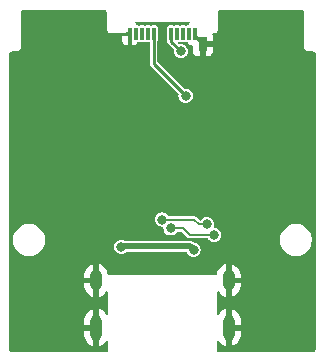
<source format=gbr>
%TF.GenerationSoftware,KiCad,Pcbnew,8.0.3*%
%TF.CreationDate,2024-07-13T10:44:47+10:00*%
%TF.ProjectId,EC Debug,45432044-6562-4756-972e-6b696361645f,rev?*%
%TF.SameCoordinates,Original*%
%TF.FileFunction,Copper,L2,Bot*%
%TF.FilePolarity,Positive*%
%FSLAX46Y46*%
G04 Gerber Fmt 4.6, Leading zero omitted, Abs format (unit mm)*
G04 Created by KiCad (PCBNEW 8.0.3) date 2024-07-13 10:44:47*
%MOMM*%
%LPD*%
G01*
G04 APERTURE LIST*
%TA.AperFunction,ComponentPad*%
%ADD10O,1.000000X1.800000*%
%TD*%
%TA.AperFunction,ComponentPad*%
%ADD11O,1.000000X2.200000*%
%TD*%
%TA.AperFunction,SMDPad,CuDef*%
%ADD12R,0.300000X1.000000*%
%TD*%
%TA.AperFunction,SMDPad,CuDef*%
%ADD13R,0.700000X1.150000*%
%TD*%
%TA.AperFunction,SMDPad,CuDef*%
%ADD14R,1.500000X1.500000*%
%TD*%
%TA.AperFunction,ViaPad*%
%ADD15C,0.800000*%
%TD*%
%TA.AperFunction,ViaPad*%
%ADD16C,0.500000*%
%TD*%
%TA.AperFunction,Conductor*%
%ADD17C,0.200000*%
%TD*%
%TA.AperFunction,Conductor*%
%ADD18C,0.500000*%
%TD*%
%TA.AperFunction,Conductor*%
%ADD19C,0.250000*%
%TD*%
G04 APERTURE END LIST*
D10*
%TO.P,J2,0,SHIELD*%
%TO.N,Earth*%
X19380000Y21890000D03*
D11*
X19380000Y17890000D03*
D10*
X30620000Y21890000D03*
D11*
X30620000Y17890000D03*
%TD*%
D12*
%TO.P,P1,B1,GND*%
%TO.N,Earth*%
X27750000Y42780000D03*
%TO.P,P1,B2*%
%TO.N,N/C*%
X27250000Y42780000D03*
%TO.P,P1,B3*%
X26750000Y42780000D03*
%TO.P,P1,B4*%
X26250000Y42780000D03*
%TO.P,P1,B5,VCONN*%
%TO.N,Net-(P1-VCONN)*%
X25750000Y42780000D03*
%TO.P,P1,B8,DIN*%
%TO.N,Net-(P1-DIN)*%
X24250000Y42780000D03*
%TO.P,P1,B9*%
%TO.N,N/C*%
X23750000Y42780000D03*
%TO.P,P1,B10*%
X23250000Y42780000D03*
%TO.P,P1,B11*%
X22750000Y42780000D03*
%TO.P,P1,B12,GND*%
%TO.N,Earth*%
X22250000Y42780000D03*
D13*
%TO.P,P1,S1,SHIELD*%
X28420000Y41940000D03*
%TD*%
D14*
%TO.P,TP2,1,1*%
%TO.N,Earth*%
X19300000Y43820000D03*
%TD*%
%TO.P,TP4,1,1*%
%TO.N,Earth*%
X30700000Y43820000D03*
%TD*%
D15*
%TO.N,/D+*%
X25681232Y26308768D03*
%TO.N,/D-*%
X24938768Y27051232D03*
%TO.N,Earth*%
X14650000Y17860000D03*
D16*
X18858000Y44248500D03*
X30224500Y44248500D03*
X18858000Y43359500D03*
X19747000Y43359500D03*
D15*
X34890000Y42620000D03*
D16*
X31177000Y44248500D03*
D15*
X25390000Y29110000D03*
X35390000Y17540000D03*
D16*
X19747000Y44248500D03*
X31177000Y43359500D03*
D15*
X15790000Y42840000D03*
D16*
X30224500Y43359500D03*
D15*
%TO.N,Net-(P1-DIN)*%
X26960000Y37540000D03*
%TO.N,/D-*%
X28748768Y26641232D03*
%TO.N,/D+*%
X29370000Y25760000D03*
%TO.N,Net-(P1-VCONN)*%
X26560000Y41300000D03*
%TO.N,VBUS*%
X21522972Y24750790D03*
X27630000Y24500000D03*
%TD*%
D17*
%TO.N,/D-*%
X28063840Y26641232D02*
X27653840Y27051232D01*
X28748768Y26641232D02*
X28063840Y26641232D01*
X27653840Y27051232D02*
X24938768Y27051232D01*
D18*
%TO.N,VBUS*%
X21542182Y24770000D02*
X21522972Y24750790D01*
X27360000Y24770000D02*
X21542182Y24770000D01*
X27630000Y24500000D02*
X27360000Y24770000D01*
D19*
%TO.N,Earth*%
X27750000Y42610000D02*
X28420000Y41940000D01*
%TO.N,Net-(P1-DIN)*%
X26960000Y37540000D02*
X24250000Y40250000D01*
X24250000Y40250000D02*
X24250000Y42780000D01*
%TO.N,Net-(P1-VCONN)*%
X25735000Y42125000D02*
X26560000Y41300000D01*
X25735000Y42780000D02*
X25735000Y42125000D01*
%TO.N,Earth*%
X27750000Y42780000D02*
X27750000Y42610000D01*
D17*
%TO.N,/D+*%
X27311800Y25760000D02*
X27167594Y25904206D01*
X29370000Y25760000D02*
X27311800Y25760000D01*
X26763032Y26308768D02*
X27250900Y25820900D01*
X25681232Y26308768D02*
X26763032Y26308768D01*
%TD*%
%TA.AperFunction,Conductor*%
%TO.N,Earth*%
G36*
X20001517Y44819926D02*
G01*
X20048258Y44817647D01*
X20069125Y44812966D01*
X20156823Y44776640D01*
X20177094Y44763094D01*
X20243093Y44697095D01*
X20256640Y44676822D01*
X20292963Y44589132D01*
X20297646Y44568259D01*
X20299926Y44521519D01*
X20300000Y44518474D01*
X20300000Y43119989D01*
X20302438Y43069993D01*
X20302882Y43060900D01*
X20348116Y42951696D01*
X20431696Y42868116D01*
X20540900Y42822882D01*
X20600000Y42820000D01*
X20700000Y42820000D01*
X21557000Y42820000D01*
X21650000Y42820000D01*
X21709100Y42822882D01*
X21818304Y42868116D01*
X21880188Y42930000D01*
X22337000Y42930000D01*
X22381194Y42911694D01*
X22399500Y42867500D01*
X22399500Y42260251D01*
X22399699Y42258230D01*
X22400000Y42252104D01*
X22400000Y41780000D01*
X22447822Y41780000D01*
X22447835Y41780001D01*
X22507377Y41786403D01*
X22642091Y41836648D01*
X22642094Y41836650D01*
X22757186Y41922809D01*
X22843353Y42037913D01*
X22843699Y42038839D01*
X22844088Y42039258D01*
X22845496Y42041835D01*
X22846153Y42041476D01*
X22876293Y42073851D01*
X22902259Y42079500D01*
X22919748Y42079500D01*
X22978231Y42091133D01*
X22978231Y42091134D01*
X22984269Y42092334D01*
X22984685Y42090242D01*
X23015315Y42090246D01*
X23015731Y42092334D01*
X23021768Y42091134D01*
X23021769Y42091133D01*
X23080252Y42079500D01*
X23419748Y42079500D01*
X23478231Y42091133D01*
X23478231Y42091134D01*
X23484269Y42092334D01*
X23484685Y42090242D01*
X23515315Y42090246D01*
X23515731Y42092334D01*
X23521768Y42091134D01*
X23521769Y42091133D01*
X23580252Y42079500D01*
X23862000Y42079500D01*
X23906194Y42061194D01*
X23924500Y42017000D01*
X23924500Y40207149D01*
X23924501Y40207141D01*
X23946680Y40124365D01*
X23946684Y40124356D01*
X23989532Y40050142D01*
X23989539Y40050133D01*
X26349433Y37690241D01*
X26367739Y37646047D01*
X26367204Y37637890D01*
X26354318Y37540004D01*
X26354318Y37539998D01*
X26374954Y37383245D01*
X26374957Y37383235D01*
X26435462Y37237162D01*
X26435464Y37237159D01*
X26531717Y37111718D01*
X26627971Y37037861D01*
X26657159Y37015464D01*
X26803238Y36954956D01*
X26803242Y36954956D01*
X26803244Y36954955D01*
X26959998Y36934318D01*
X26960000Y36934318D01*
X26960002Y36934318D01*
X27116755Y36954955D01*
X27116755Y36954956D01*
X27116762Y36954956D01*
X27262841Y37015464D01*
X27388282Y37111718D01*
X27484536Y37237159D01*
X27545044Y37383238D01*
X27565682Y37540000D01*
X27565681Y37540004D01*
X27545045Y37696756D01*
X27545044Y37696758D01*
X27545044Y37696762D01*
X27484536Y37842841D01*
X27462139Y37872029D01*
X27388282Y37968283D01*
X27262841Y38064536D01*
X27262838Y38064538D01*
X27116765Y38125043D01*
X27116755Y38125046D01*
X26960002Y38145682D01*
X26959997Y38145682D01*
X26862110Y38132796D01*
X26815905Y38145177D01*
X26809759Y38150567D01*
X24593806Y40366521D01*
X24575500Y40410715D01*
X24575500Y42162806D01*
X24586034Y42197530D01*
X24588867Y42201769D01*
X24600500Y42260252D01*
X24600500Y43299748D01*
X24588867Y43358231D01*
X24588866Y43358233D01*
X24544552Y43424553D01*
X24478232Y43468867D01*
X24478230Y43468868D01*
X24419748Y43480500D01*
X24080252Y43480500D01*
X24021769Y43468867D01*
X24021768Y43468867D01*
X24015732Y43467666D01*
X24015317Y43469752D01*
X23984683Y43469752D01*
X23984268Y43467666D01*
X23978231Y43468867D01*
X23919748Y43480500D01*
X23580252Y43480500D01*
X23521769Y43468867D01*
X23521768Y43468867D01*
X23515732Y43467666D01*
X23515317Y43469752D01*
X23484683Y43469752D01*
X23484268Y43467666D01*
X23478231Y43468867D01*
X23419748Y43480500D01*
X23080252Y43480500D01*
X23021769Y43468867D01*
X23021768Y43468867D01*
X23015732Y43467666D01*
X23015317Y43469752D01*
X22984683Y43469752D01*
X22984268Y43467666D01*
X22978231Y43468867D01*
X22919748Y43480500D01*
X22902259Y43480500D01*
X22858065Y43498806D01*
X22845590Y43518217D01*
X22845496Y43518165D01*
X22844770Y43519494D01*
X22843699Y43521161D01*
X22843353Y43522088D01*
X22757186Y43637192D01*
X22716744Y43667467D01*
X22692335Y43708606D01*
X22704166Y43754955D01*
X22745305Y43779364D01*
X22754199Y43780000D01*
X27245801Y43780000D01*
X27289995Y43761694D01*
X27308301Y43717500D01*
X27289995Y43673306D01*
X27283256Y43667467D01*
X27242813Y43637192D01*
X27156646Y43522088D01*
X27156301Y43521161D01*
X27155911Y43520743D01*
X27154504Y43518165D01*
X27153846Y43518525D01*
X27123707Y43486149D01*
X27097741Y43480500D01*
X27080252Y43480500D01*
X27021769Y43468867D01*
X27021768Y43468867D01*
X27015732Y43467666D01*
X27015317Y43469752D01*
X26984683Y43469752D01*
X26984268Y43467666D01*
X26978231Y43468867D01*
X26919748Y43480500D01*
X26580252Y43480500D01*
X26521769Y43468867D01*
X26521768Y43468867D01*
X26515732Y43467666D01*
X26515317Y43469752D01*
X26484683Y43469752D01*
X26484268Y43467666D01*
X26478231Y43468867D01*
X26419748Y43480500D01*
X26080252Y43480500D01*
X26021769Y43468867D01*
X26021768Y43468867D01*
X26015732Y43467666D01*
X26015317Y43469752D01*
X25984683Y43469752D01*
X25984268Y43467666D01*
X25978231Y43468867D01*
X25919748Y43480500D01*
X25580252Y43480500D01*
X25521769Y43468868D01*
X25521767Y43468867D01*
X25455447Y43424553D01*
X25411133Y43358233D01*
X25411132Y43358231D01*
X25399500Y43299749D01*
X25399500Y42260252D01*
X25408299Y42216017D01*
X25409500Y42203824D01*
X25409500Y42082149D01*
X25409501Y42082141D01*
X25431680Y41999365D01*
X25431684Y41999356D01*
X25474532Y41925142D01*
X25474539Y41925133D01*
X25949433Y41450240D01*
X25967739Y41406046D01*
X25967204Y41397889D01*
X25954318Y41300004D01*
X25954318Y41299998D01*
X25974954Y41143245D01*
X25974957Y41143235D01*
X26035462Y40997162D01*
X26035464Y40997159D01*
X26131717Y40871718D01*
X26227971Y40797861D01*
X26257159Y40775464D01*
X26403238Y40714956D01*
X26403242Y40714956D01*
X26403244Y40714955D01*
X26559998Y40694318D01*
X26560000Y40694318D01*
X26560002Y40694318D01*
X26716755Y40714955D01*
X26716755Y40714956D01*
X26716762Y40714956D01*
X26862841Y40775464D01*
X26988282Y40871718D01*
X27084536Y40997159D01*
X27145044Y41143238D01*
X27160824Y41263097D01*
X27165682Y41299999D01*
X27165682Y41300002D01*
X27145045Y41456756D01*
X27145044Y41456758D01*
X27145044Y41456762D01*
X27084536Y41602841D01*
X27017657Y41690000D01*
X26988282Y41728283D01*
X26862841Y41824536D01*
X26862838Y41824538D01*
X26716765Y41885043D01*
X26716755Y41885046D01*
X26560002Y41905682D01*
X26559997Y41905682D01*
X26462111Y41892796D01*
X26415906Y41905177D01*
X26409760Y41910567D01*
X26347521Y41972806D01*
X26329215Y42017000D01*
X26347521Y42061194D01*
X26391715Y42079500D01*
X26419748Y42079500D01*
X26478231Y42091133D01*
X26478231Y42091134D01*
X26484269Y42092334D01*
X26484685Y42090242D01*
X26515315Y42090246D01*
X26515731Y42092334D01*
X26521768Y42091134D01*
X26521769Y42091133D01*
X26580252Y42079500D01*
X26919748Y42079500D01*
X26978231Y42091133D01*
X26978231Y42091134D01*
X26984269Y42092334D01*
X26984685Y42090242D01*
X27015315Y42090246D01*
X27015731Y42092334D01*
X27021768Y42091134D01*
X27021769Y42091133D01*
X27080252Y42079500D01*
X27097741Y42079500D01*
X27141935Y42061194D01*
X27154409Y42041784D01*
X27154504Y42041835D01*
X27155229Y42040507D01*
X27156301Y42038839D01*
X27156646Y42037913D01*
X27242813Y41922809D01*
X27357905Y41836650D01*
X27357908Y41836648D01*
X27492622Y41786403D01*
X27514180Y41784085D01*
X27556164Y41761161D01*
X27570000Y41721943D01*
X27570000Y41317165D01*
X27576402Y41257623D01*
X27626647Y41122909D01*
X27626649Y41122906D01*
X27712808Y41007814D01*
X27712813Y41007809D01*
X27827905Y40921650D01*
X27827908Y40921648D01*
X27962622Y40871403D01*
X28022164Y40865001D01*
X28022178Y40865000D01*
X28170000Y40865000D01*
X28670000Y40865000D01*
X28817822Y40865000D01*
X28817835Y40865001D01*
X28877377Y40871403D01*
X29012091Y40921648D01*
X29012094Y40921650D01*
X29127186Y41007809D01*
X29127191Y41007814D01*
X29213350Y41122906D01*
X29213352Y41122909D01*
X29263597Y41257623D01*
X29269999Y41317165D01*
X29270000Y41317178D01*
X29270000Y41690000D01*
X28670000Y41690000D01*
X28670000Y40865000D01*
X28170000Y40865000D01*
X28170000Y42127500D01*
X28188306Y42171694D01*
X28232500Y42190000D01*
X29270000Y42190000D01*
X29270000Y42562823D01*
X29269999Y42562836D01*
X29263597Y42622378D01*
X29221346Y42735658D01*
X29223053Y42783463D01*
X29258063Y42816059D01*
X29279905Y42820000D01*
X29399984Y42820000D01*
X29400000Y42820000D01*
X29459100Y42822882D01*
X29568304Y42868116D01*
X29651884Y42951696D01*
X29697118Y43060900D01*
X29700000Y43120000D01*
X29700000Y44518474D01*
X29700074Y44521518D01*
X29702353Y44568258D01*
X29707034Y44589125D01*
X29743361Y44676826D01*
X29756903Y44697092D01*
X29822908Y44763097D01*
X29843174Y44776639D01*
X29930875Y44812966D01*
X29951740Y44817647D01*
X29998483Y44819926D01*
X30001527Y44820000D01*
X36698473Y44820000D01*
X36701517Y44819926D01*
X36748258Y44817647D01*
X36769125Y44812966D01*
X36856823Y44776640D01*
X36877094Y44763094D01*
X36943093Y44697095D01*
X36956640Y44676822D01*
X36992963Y44589132D01*
X36997646Y44568259D01*
X36999926Y44521519D01*
X37000000Y44518474D01*
X37000000Y41619989D01*
X37000837Y41602839D01*
X37002882Y41560900D01*
X37048116Y41451696D01*
X37131696Y41368116D01*
X37240900Y41322882D01*
X37300000Y41320000D01*
X37698473Y41320000D01*
X37701517Y41319926D01*
X37748258Y41317647D01*
X37769125Y41312966D01*
X37856823Y41276640D01*
X37877094Y41263094D01*
X37943093Y41197095D01*
X37956640Y41176822D01*
X37978972Y41122909D01*
X37992963Y41089132D01*
X37997646Y41068259D01*
X37999926Y41021519D01*
X38000000Y41018474D01*
X38000000Y16121527D01*
X37999926Y16118482D01*
X37997646Y16071742D01*
X37992963Y16050869D01*
X37956642Y15963182D01*
X37943093Y15942906D01*
X37877094Y15876907D01*
X37856819Y15863359D01*
X37796337Y15838306D01*
X37769131Y15827037D01*
X37748258Y15822354D01*
X37703110Y15820152D01*
X37701516Y15820074D01*
X37698473Y15820000D01*
X29712500Y15820000D01*
X29668306Y15838306D01*
X29650000Y15882500D01*
X29650000Y16735720D01*
X29668306Y16779914D01*
X29712500Y16798220D01*
X29756694Y16779914D01*
X29764467Y16770443D01*
X29843248Y16652538D01*
X29982537Y16513249D01*
X30146319Y16403813D01*
X30146321Y16403812D01*
X30328302Y16328432D01*
X30328310Y16328430D01*
X30369999Y16320137D01*
X30370000Y16320137D01*
X30370000Y17123014D01*
X30379940Y17105797D01*
X30435795Y17049942D01*
X30504204Y17010446D01*
X30580504Y16990002D01*
X30659496Y16990002D01*
X30735796Y17010446D01*
X30804205Y17049942D01*
X30860060Y17105797D01*
X30870000Y17123014D01*
X30870000Y16320137D01*
X30911689Y16328430D01*
X30911697Y16328432D01*
X31093678Y16403812D01*
X31093680Y16403813D01*
X31257462Y16513249D01*
X31396751Y16652538D01*
X31506187Y16816320D01*
X31506188Y16816322D01*
X31581568Y16998303D01*
X31581570Y16998311D01*
X31619999Y17191509D01*
X31620000Y17191509D01*
X31620000Y17640000D01*
X30920000Y17640000D01*
X30920000Y18140000D01*
X31620000Y18140000D01*
X31620000Y18588491D01*
X31619999Y18588492D01*
X31581570Y18781690D01*
X31581568Y18781698D01*
X31506188Y18963679D01*
X31506187Y18963681D01*
X31396751Y19127463D01*
X31257462Y19266752D01*
X31093680Y19376188D01*
X31093678Y19376189D01*
X30911688Y19451572D01*
X30870000Y19459864D01*
X30870000Y18656987D01*
X30860060Y18674203D01*
X30804205Y18730058D01*
X30735796Y18769554D01*
X30659496Y18789998D01*
X30580504Y18789998D01*
X30504204Y18769554D01*
X30435795Y18730058D01*
X30379940Y18674203D01*
X30370000Y18656987D01*
X30370000Y19459864D01*
X30328311Y19451572D01*
X30146321Y19376189D01*
X30146319Y19376188D01*
X29982537Y19266752D01*
X29843248Y19127463D01*
X29764467Y19009558D01*
X29724693Y18982982D01*
X29677777Y18992314D01*
X29651201Y19032088D01*
X29650000Y19044281D01*
X29650000Y20935720D01*
X29668306Y20979914D01*
X29712500Y20998220D01*
X29756694Y20979914D01*
X29764467Y20970443D01*
X29843248Y20852538D01*
X29982537Y20713249D01*
X30146319Y20603813D01*
X30146321Y20603812D01*
X30328302Y20528432D01*
X30328310Y20528430D01*
X30369999Y20520137D01*
X30370000Y20520137D01*
X30370000Y21323000D01*
X30379940Y21305783D01*
X30435795Y21249928D01*
X30504204Y21210432D01*
X30580504Y21189988D01*
X30659496Y21189988D01*
X30735796Y21210432D01*
X30804205Y21249928D01*
X30860060Y21305783D01*
X30870000Y21323000D01*
X30870000Y20520137D01*
X30911689Y20528430D01*
X30911697Y20528432D01*
X31093678Y20603812D01*
X31093680Y20603813D01*
X31257462Y20713249D01*
X31396751Y20852538D01*
X31506187Y21016320D01*
X31506188Y21016322D01*
X31581568Y21198303D01*
X31581570Y21198311D01*
X31619999Y21391509D01*
X31620000Y21391509D01*
X31620000Y21640000D01*
X30920000Y21640000D01*
X30920000Y22140000D01*
X31620000Y22140000D01*
X31620000Y22388491D01*
X31619999Y22388492D01*
X31581570Y22581690D01*
X31581568Y22581698D01*
X31506188Y22763679D01*
X31506187Y22763681D01*
X31396751Y22927463D01*
X31257462Y23066752D01*
X31093680Y23176188D01*
X31093678Y23176189D01*
X30911688Y23251572D01*
X30870000Y23259864D01*
X30870000Y22457001D01*
X30860060Y22474217D01*
X30804205Y22530072D01*
X30735796Y22569568D01*
X30659496Y22590012D01*
X30580504Y22590012D01*
X30504204Y22569568D01*
X30435795Y22530072D01*
X30379940Y22474217D01*
X30370000Y22457001D01*
X30370000Y23259864D01*
X30328311Y23251572D01*
X30146321Y23176189D01*
X30146319Y23176188D01*
X29982537Y23066752D01*
X29843248Y22927463D01*
X29733812Y22763681D01*
X29733811Y22763679D01*
X29658431Y22581698D01*
X29658429Y22581690D01*
X29620000Y22388492D01*
X29620000Y22382500D01*
X29601694Y22338306D01*
X29557500Y22320000D01*
X20442500Y22320000D01*
X20398306Y22338306D01*
X20380000Y22382500D01*
X20380000Y22388491D01*
X20379999Y22388492D01*
X20341570Y22581690D01*
X20341568Y22581698D01*
X20266188Y22763679D01*
X20266187Y22763681D01*
X20156751Y22927463D01*
X20017462Y23066752D01*
X19853680Y23176188D01*
X19853678Y23176189D01*
X19671688Y23251572D01*
X19630000Y23259864D01*
X19630000Y22456975D01*
X19620060Y22474191D01*
X19564205Y22530046D01*
X19495796Y22569542D01*
X19419496Y22589986D01*
X19340504Y22589986D01*
X19264204Y22569542D01*
X19195795Y22530046D01*
X19139940Y22474191D01*
X19130000Y22456975D01*
X19130000Y23259864D01*
X19088311Y23251572D01*
X18906321Y23176189D01*
X18906319Y23176188D01*
X18742537Y23066752D01*
X18603248Y22927463D01*
X18493812Y22763681D01*
X18493811Y22763679D01*
X18418431Y22581698D01*
X18418429Y22581690D01*
X18380000Y22388492D01*
X18380000Y22140000D01*
X19080000Y22140000D01*
X19080000Y21640000D01*
X18380000Y21640000D01*
X18380000Y21391509D01*
X18418429Y21198311D01*
X18418431Y21198303D01*
X18493811Y21016322D01*
X18493812Y21016320D01*
X18603248Y20852538D01*
X18742537Y20713249D01*
X18906319Y20603813D01*
X18906321Y20603812D01*
X19088302Y20528432D01*
X19088310Y20528430D01*
X19129999Y20520137D01*
X19130000Y20520137D01*
X19130000Y21323026D01*
X19139940Y21305809D01*
X19195795Y21249954D01*
X19264204Y21210458D01*
X19340504Y21190014D01*
X19419496Y21190014D01*
X19495796Y21210458D01*
X19564205Y21249954D01*
X19620060Y21305809D01*
X19630000Y21323026D01*
X19630000Y20520137D01*
X19671689Y20528430D01*
X19671697Y20528432D01*
X19853678Y20603812D01*
X19853680Y20603813D01*
X20017462Y20713249D01*
X20156751Y20852538D01*
X20235533Y20970443D01*
X20275307Y20997019D01*
X20322223Y20987687D01*
X20348799Y20947913D01*
X20350000Y20935720D01*
X20350000Y19044281D01*
X20331694Y19000087D01*
X20287500Y18981781D01*
X20243306Y19000087D01*
X20235533Y19009558D01*
X20156751Y19127463D01*
X20017462Y19266752D01*
X19853680Y19376188D01*
X19853678Y19376189D01*
X19671688Y19451572D01*
X19630000Y19459864D01*
X19630000Y18656975D01*
X19620060Y18674191D01*
X19564205Y18730046D01*
X19495796Y18769542D01*
X19419496Y18789986D01*
X19340504Y18789986D01*
X19264204Y18769542D01*
X19195795Y18730046D01*
X19139940Y18674191D01*
X19130000Y18656975D01*
X19130000Y19459864D01*
X19088311Y19451572D01*
X18906321Y19376189D01*
X18906319Y19376188D01*
X18742537Y19266752D01*
X18603248Y19127463D01*
X18493812Y18963681D01*
X18493811Y18963679D01*
X18418431Y18781698D01*
X18418429Y18781690D01*
X18380000Y18588492D01*
X18380000Y18140000D01*
X19080000Y18140000D01*
X19080000Y17640000D01*
X18380000Y17640000D01*
X18380000Y17191509D01*
X18418429Y16998311D01*
X18418431Y16998303D01*
X18493811Y16816322D01*
X18493812Y16816320D01*
X18603248Y16652538D01*
X18742537Y16513249D01*
X18906319Y16403813D01*
X18906321Y16403812D01*
X19088302Y16328432D01*
X19088310Y16328430D01*
X19129999Y16320137D01*
X19130000Y16320137D01*
X19130000Y17123026D01*
X19139940Y17105809D01*
X19195795Y17049954D01*
X19264204Y17010458D01*
X19340504Y16990014D01*
X19419496Y16990014D01*
X19495796Y17010458D01*
X19564205Y17049954D01*
X19620060Y17105809D01*
X19630000Y17123026D01*
X19630000Y16320137D01*
X19671689Y16328430D01*
X19671697Y16328432D01*
X19853678Y16403812D01*
X19853680Y16403813D01*
X20017462Y16513249D01*
X20156751Y16652538D01*
X20235533Y16770443D01*
X20275307Y16797019D01*
X20322223Y16787687D01*
X20348799Y16747913D01*
X20350000Y16735720D01*
X20350000Y15882500D01*
X20331694Y15838306D01*
X20287500Y15820000D01*
X12301527Y15820000D01*
X12298483Y15820074D01*
X12296775Y15820158D01*
X12251741Y15822354D01*
X12230870Y15827037D01*
X12143178Y15863360D01*
X12122905Y15876907D01*
X12056906Y15942906D01*
X12043360Y15963177D01*
X12007034Y16050875D01*
X12002353Y16071743D01*
X12000074Y16118483D01*
X12000000Y16121527D01*
X12000000Y25426285D01*
X12349500Y25426285D01*
X12349500Y25213716D01*
X12349501Y25213700D01*
X12382753Y25003760D01*
X12382753Y25003759D01*
X12448442Y24801590D01*
X12448446Y24801582D01*
X12544949Y24612183D01*
X12669897Y24440206D01*
X12820205Y24289898D01*
X12992182Y24164950D01*
X12992184Y24164949D01*
X13181588Y24068443D01*
X13383757Y24002754D01*
X13472244Y23988739D01*
X13593699Y23969502D01*
X13593705Y23969502D01*
X13593713Y23969500D01*
X13593715Y23969500D01*
X13806285Y23969500D01*
X13806287Y23969500D01*
X14016243Y24002754D01*
X14218412Y24068443D01*
X14407816Y24164949D01*
X14579792Y24289896D01*
X14730104Y24440208D01*
X14855051Y24612184D01*
X14925675Y24750792D01*
X20917290Y24750792D01*
X20917290Y24750789D01*
X20937926Y24594035D01*
X20937929Y24594025D01*
X20998434Y24447952D01*
X20998436Y24447949D01*
X21094689Y24322508D01*
X21148891Y24280918D01*
X21220131Y24226254D01*
X21366210Y24165746D01*
X21366214Y24165746D01*
X21366216Y24165745D01*
X21522970Y24145108D01*
X21522972Y24145108D01*
X21522974Y24145108D01*
X21679727Y24165745D01*
X21679727Y24165746D01*
X21679734Y24165746D01*
X21825813Y24226254D01*
X21897053Y24280918D01*
X21930504Y24306585D01*
X21968551Y24319500D01*
X27013027Y24319500D01*
X27057221Y24301194D01*
X27070769Y24280918D01*
X27105462Y24197162D01*
X27105464Y24197159D01*
X27201717Y24071718D01*
X27327158Y23975465D01*
X27327161Y23975463D01*
X27341557Y23969500D01*
X27473238Y23914956D01*
X27473242Y23914956D01*
X27473244Y23914955D01*
X27629998Y23894318D01*
X27630000Y23894318D01*
X27630002Y23894318D01*
X27786755Y23914955D01*
X27786755Y23914956D01*
X27786762Y23914956D01*
X27932841Y23975464D01*
X28058282Y24071718D01*
X28154536Y24197159D01*
X28215044Y24343238D01*
X28227810Y24440208D01*
X28235682Y24499999D01*
X28235682Y24500002D01*
X28215045Y24656756D01*
X28215044Y24656758D01*
X28215044Y24656762D01*
X28174705Y24754148D01*
X28154537Y24802839D01*
X28154535Y24802842D01*
X28058282Y24928283D01*
X27932841Y25024536D01*
X27932838Y25024538D01*
X27786761Y25085045D01*
X27786758Y25085046D01*
X27687218Y25098150D01*
X27651181Y25115922D01*
X27636618Y25130486D01*
X27636610Y25130492D01*
X27533892Y25189797D01*
X27533888Y25189799D01*
X27527400Y25191538D01*
X27509673Y25196287D01*
X27491600Y25201130D01*
X27419313Y25220500D01*
X27419309Y25220500D01*
X21918480Y25220500D01*
X21880433Y25233415D01*
X21825813Y25275326D01*
X21825810Y25275328D01*
X21679737Y25335833D01*
X21679727Y25335836D01*
X21522974Y25356472D01*
X21522970Y25356472D01*
X21366216Y25335836D01*
X21366206Y25335833D01*
X21220133Y25275328D01*
X21220130Y25275326D01*
X21094689Y25179073D01*
X20998436Y25053632D01*
X20998434Y25053629D01*
X20937929Y24907556D01*
X20937926Y24907546D01*
X20917290Y24750792D01*
X14925675Y24750792D01*
X14951557Y24801588D01*
X15017246Y25003757D01*
X15050500Y25213713D01*
X15050500Y25426287D01*
X15045239Y25459501D01*
X15035730Y25519542D01*
X15017246Y25636243D01*
X14951557Y25838412D01*
X14855051Y26027816D01*
X14830916Y26061035D01*
X14730102Y26199795D01*
X14579794Y26350103D01*
X14407817Y26475051D01*
X14218418Y26571554D01*
X14218410Y26571558D01*
X14016241Y26637247D01*
X13806300Y26670499D01*
X13806288Y26670500D01*
X13806287Y26670500D01*
X13593713Y26670500D01*
X13593711Y26670500D01*
X13593699Y26670499D01*
X13383759Y26637247D01*
X13383758Y26637247D01*
X13181589Y26571558D01*
X13181581Y26571554D01*
X12992182Y26475051D01*
X12820205Y26350103D01*
X12669897Y26199795D01*
X12544949Y26027818D01*
X12448446Y25838419D01*
X12448442Y25838411D01*
X12382753Y25636242D01*
X12382753Y25636241D01*
X12349501Y25426301D01*
X12349500Y25426285D01*
X12000000Y25426285D01*
X12000000Y27051234D01*
X24333086Y27051234D01*
X24333086Y27051231D01*
X24353722Y26894477D01*
X24353725Y26894467D01*
X24414230Y26748394D01*
X24414232Y26748391D01*
X24510485Y26622950D01*
X24599261Y26554831D01*
X24635927Y26526696D01*
X24782006Y26466188D01*
X24782010Y26466188D01*
X24782012Y26466187D01*
X24938766Y26445550D01*
X24938768Y26445550D01*
X25015533Y26455657D01*
X25061737Y26443277D01*
X25085655Y26401851D01*
X25085655Y26385535D01*
X25075550Y26308772D01*
X25075550Y26308767D01*
X25096186Y26152013D01*
X25096189Y26152003D01*
X25156694Y26005930D01*
X25156696Y26005927D01*
X25252949Y25880486D01*
X25307773Y25838419D01*
X25378391Y25784232D01*
X25524470Y25723724D01*
X25524474Y25723724D01*
X25524476Y25723723D01*
X25681230Y25703086D01*
X25681232Y25703086D01*
X25681234Y25703086D01*
X25837987Y25723723D01*
X25837987Y25723724D01*
X25837994Y25723724D01*
X25984073Y25784232D01*
X26109514Y25880486D01*
X26137345Y25916756D01*
X26188801Y25983815D01*
X26230228Y26007733D01*
X26238386Y26008268D01*
X26612673Y26008268D01*
X26656867Y25989962D01*
X26927134Y25719695D01*
X27071340Y25575489D01*
X27127289Y25519540D01*
X27195811Y25479979D01*
X27219196Y25473713D01*
X27272232Y25459501D01*
X27272238Y25459500D01*
X28812846Y25459500D01*
X28857040Y25441194D01*
X28862431Y25435047D01*
X28941717Y25331718D01*
X29067158Y25235465D01*
X29067161Y25235463D01*
X29103285Y25220500D01*
X29213238Y25174956D01*
X29213242Y25174956D01*
X29213244Y25174955D01*
X29369998Y25154318D01*
X29370000Y25154318D01*
X29370002Y25154318D01*
X29526755Y25174955D01*
X29526755Y25174956D01*
X29526762Y25174956D01*
X29672841Y25235464D01*
X29798282Y25331718D01*
X29870846Y25426285D01*
X34949500Y25426285D01*
X34949500Y25213716D01*
X34949501Y25213700D01*
X34982753Y25003760D01*
X34982753Y25003759D01*
X35048442Y24801590D01*
X35048446Y24801582D01*
X35144949Y24612183D01*
X35269897Y24440206D01*
X35420205Y24289898D01*
X35592182Y24164950D01*
X35592184Y24164949D01*
X35781588Y24068443D01*
X35983757Y24002754D01*
X36072244Y23988739D01*
X36193699Y23969502D01*
X36193705Y23969502D01*
X36193713Y23969500D01*
X36193715Y23969500D01*
X36406285Y23969500D01*
X36406287Y23969500D01*
X36616243Y24002754D01*
X36818412Y24068443D01*
X37007816Y24164949D01*
X37179792Y24289896D01*
X37330104Y24440208D01*
X37455051Y24612184D01*
X37551557Y24801588D01*
X37617246Y25003757D01*
X37650500Y25213713D01*
X37650500Y25426287D01*
X37645239Y25459501D01*
X37635730Y25519542D01*
X37617246Y25636243D01*
X37551557Y25838412D01*
X37455051Y26027816D01*
X37430916Y26061035D01*
X37330102Y26199795D01*
X37179794Y26350103D01*
X37007817Y26475051D01*
X36818418Y26571554D01*
X36818410Y26571558D01*
X36616241Y26637247D01*
X36406300Y26670499D01*
X36406288Y26670500D01*
X36406287Y26670500D01*
X36193713Y26670500D01*
X36193711Y26670500D01*
X36193699Y26670499D01*
X35983759Y26637247D01*
X35983758Y26637247D01*
X35781589Y26571558D01*
X35781581Y26571554D01*
X35592182Y26475051D01*
X35420205Y26350103D01*
X35269897Y26199795D01*
X35144949Y26027818D01*
X35048446Y25838419D01*
X35048442Y25838411D01*
X34982753Y25636242D01*
X34982753Y25636241D01*
X34949501Y25426301D01*
X34949500Y25426285D01*
X29870846Y25426285D01*
X29894536Y25457159D01*
X29955044Y25603238D01*
X29970906Y25723724D01*
X29975682Y25759999D01*
X29975682Y25760002D01*
X29955045Y25916756D01*
X29955044Y25916758D01*
X29955044Y25916762D01*
X29894536Y26062841D01*
X29826120Y26152003D01*
X29798282Y26188283D01*
X29672841Y26284536D01*
X29672838Y26284538D01*
X29526765Y26345043D01*
X29526755Y26345046D01*
X29369778Y26365712D01*
X29328351Y26389629D01*
X29315971Y26435835D01*
X29320192Y26451589D01*
X29333812Y26484470D01*
X29354450Y26641232D01*
X29353271Y26650185D01*
X29333813Y26797988D01*
X29333812Y26797990D01*
X29333812Y26797994D01*
X29273304Y26944073D01*
X29246531Y26978964D01*
X29177050Y27069515D01*
X29051609Y27165768D01*
X29051606Y27165770D01*
X28905533Y27226275D01*
X28905523Y27226278D01*
X28748770Y27246914D01*
X28748766Y27246914D01*
X28592012Y27226278D01*
X28592002Y27226275D01*
X28445929Y27165770D01*
X28445926Y27165768D01*
X28320485Y27069514D01*
X28251003Y26978964D01*
X28209577Y26955047D01*
X28163371Y26967428D01*
X28157225Y26972818D01*
X27838351Y27291692D01*
X27828646Y27297295D01*
X27769829Y27331253D01*
X27769828Y27331254D01*
X27769827Y27331254D01*
X27693407Y27351732D01*
X27693402Y27351732D01*
X25495922Y27351732D01*
X25451728Y27370038D01*
X25446337Y27376185D01*
X25367050Y27479515D01*
X25241609Y27575768D01*
X25241606Y27575770D01*
X25095533Y27636275D01*
X25095523Y27636278D01*
X24938770Y27656914D01*
X24938766Y27656914D01*
X24782012Y27636278D01*
X24782002Y27636275D01*
X24635929Y27575770D01*
X24635926Y27575768D01*
X24510485Y27479515D01*
X24414232Y27354074D01*
X24414230Y27354071D01*
X24353725Y27207998D01*
X24353722Y27207988D01*
X24333086Y27051234D01*
X12000000Y27051234D01*
X12000000Y41018474D01*
X12000074Y41021518D01*
X12002353Y41068258D01*
X12007034Y41089125D01*
X12043361Y41176826D01*
X12056903Y41197092D01*
X12122908Y41263097D01*
X12143174Y41276639D01*
X12230875Y41312966D01*
X12251740Y41317647D01*
X12298483Y41319926D01*
X12301527Y41320000D01*
X12699984Y41320000D01*
X12700000Y41320000D01*
X12759100Y41322882D01*
X12868304Y41368116D01*
X12951884Y41451696D01*
X12997118Y41560900D01*
X13000000Y41620000D01*
X13000000Y42232165D01*
X21600000Y42232165D01*
X21606402Y42172623D01*
X21656647Y42037909D01*
X21656649Y42037906D01*
X21742808Y41922814D01*
X21742813Y41922809D01*
X21857905Y41836650D01*
X21857908Y41836648D01*
X21992622Y41786403D01*
X22052164Y41780001D01*
X22052178Y41780000D01*
X22100000Y41780000D01*
X22100000Y42630000D01*
X21600000Y42630000D01*
X21600000Y42232165D01*
X13000000Y42232165D01*
X13000000Y44518474D01*
X13000074Y44521518D01*
X13002353Y44568258D01*
X13007034Y44589125D01*
X13043361Y44676826D01*
X13056903Y44697092D01*
X13122908Y44763097D01*
X13143174Y44776639D01*
X13230875Y44812966D01*
X13251740Y44817647D01*
X13298483Y44819926D01*
X13301527Y44820000D01*
X19998473Y44820000D01*
X20001517Y44819926D01*
G37*
%TD.AperFunction*%
%TD*%
M02*

</source>
